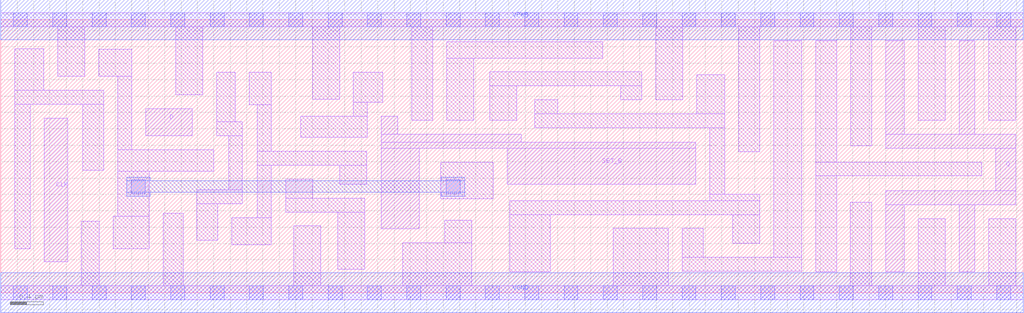
<source format=lef>
# Copyright 2020 The SkyWater PDK Authors
#
# Licensed under the Apache License, Version 2.0 (the "License");
# you may not use this file except in compliance with the License.
# You may obtain a copy of the License at
#
#     https://www.apache.org/licenses/LICENSE-2.0
#
# Unless required by applicable law or agreed to in writing, software
# distributed under the License is distributed on an "AS IS" BASIS,
# WITHOUT WARRANTIES OR CONDITIONS OF ANY KIND, either express or implied.
# See the License for the specific language governing permissions and
# limitations under the License.
#
# SPDX-License-Identifier: Apache-2.0

VERSION 5.7 ;
  NAMESCASESENSITIVE ON ;
  NOWIREEXTENSIONATPIN ON ;
  DIVIDERCHAR "/" ;
  BUSBITCHARS "[]" ;
UNITS
  DATABASE MICRONS 200 ;
END UNITS
MACRO sky130_fd_sc_lp__dfstp_4
  CLASS CORE ;
  SOURCE USER ;
  FOREIGN sky130_fd_sc_lp__dfstp_4 ;
  ORIGIN  0.000000  0.000000 ;
  SIZE  12.48000 BY  3.330000 ;
  SYMMETRY X Y R90 ;
  SITE unit ;
  PIN D
    ANTENNAGATEAREA  0.126000 ;
    DIRECTION INPUT ;
    USE SIGNAL ;
    PORT
      LAYER li1 ;
        RECT 1.770000 1.915000 2.340000 2.245000 ;
    END
  END D
  PIN Q
    ANTENNADIFFAREA  1.176000 ;
    DIRECTION OUTPUT ;
    USE SIGNAL ;
    PORT
      LAYER li1 ;
        RECT 10.800000 0.255000 11.025000 1.075000 ;
        RECT 10.800000 1.075000 12.390000 1.245000 ;
        RECT 10.800000 1.765000 12.390000 1.935000 ;
        RECT 10.800000 1.935000 11.025000 3.075000 ;
        RECT 11.695000 0.255000 11.885000 1.075000 ;
        RECT 11.695000 1.935000 11.885000 3.075000 ;
        RECT 12.145000 1.245000 12.390000 1.765000 ;
    END
  END Q
  PIN SET_B
    ANTENNAGATEAREA  0.252000 ;
    DIRECTION INPUT ;
    USE SIGNAL ;
    PORT
      LAYER li1 ;
        RECT 4.645000 0.780000 5.110000 1.765000 ;
        RECT 4.645000 1.765000 8.485000 1.835000 ;
        RECT 4.645000 1.835000 6.350000 1.935000 ;
        RECT 4.645000 1.935000 4.845000 2.155000 ;
        RECT 6.180000 1.325000 8.485000 1.765000 ;
    END
  END SET_B
  PIN CLK
    ANTENNAGATEAREA  0.159000 ;
    DIRECTION INPUT ;
    USE CLOCK ;
    PORT
      LAYER li1 ;
        RECT 0.530000 0.380000 0.815000 2.130000 ;
    END
  END CLK
  PIN VGND
    DIRECTION INOUT ;
    USE GROUND ;
    PORT
      LAYER met1 ;
        RECT 0.000000 -0.245000 12.480000 0.245000 ;
    END
  END VGND
  PIN VPWR
    DIRECTION INOUT ;
    USE POWER ;
    PORT
      LAYER met1 ;
        RECT 0.000000 3.085000 12.480000 3.575000 ;
    END
  END VPWR
  OBS
    LAYER li1 ;
      RECT  0.000000 -0.085000 12.480000 0.085000 ;
      RECT  0.000000  3.245000 12.480000 3.415000 ;
      RECT  0.170000  0.540000  0.360000 2.300000 ;
      RECT  0.170000  2.300000  1.260000 2.470000 ;
      RECT  0.170000  2.470000  0.525000 2.975000 ;
      RECT  0.695000  2.640000  1.025000 3.245000 ;
      RECT  0.985000  0.085000  1.205000 0.870000 ;
      RECT  1.000000  1.495000  1.260000 2.300000 ;
      RECT  1.195000  2.640000  1.600000 2.970000 ;
      RECT  1.375000  0.540000  1.815000 0.935000 ;
      RECT  1.430000  0.935000  1.815000 1.485000 ;
      RECT  1.430000  1.485000  2.600000 1.745000 ;
      RECT  1.430000  1.745000  1.600000 2.640000 ;
      RECT  1.985000  0.085000  2.225000 0.970000 ;
      RECT  2.135000  2.415000  2.465000 3.245000 ;
      RECT  2.395000  0.640000  2.650000 1.085000 ;
      RECT  2.395000  1.085000  2.950000 1.255000 ;
      RECT  2.635000  1.915000  2.950000 2.085000 ;
      RECT  2.635000  2.085000  2.865000 2.690000 ;
      RECT  2.780000  1.255000  2.950000 1.915000 ;
      RECT  2.820000  0.585000  3.300000 0.915000 ;
      RECT  3.035000  2.295000  3.300000 2.690000 ;
      RECT  3.130000  0.915000  3.300000 1.555000 ;
      RECT  3.130000  1.555000  4.465000 1.725000 ;
      RECT  3.130000  1.725000  3.300000 2.295000 ;
      RECT  3.480000  0.985000  4.445000 1.155000 ;
      RECT  3.480000  1.155000  3.810000 1.385000 ;
      RECT  3.575000  0.085000  3.905000 0.815000 ;
      RECT  3.660000  1.895000  4.475000 2.155000 ;
      RECT  3.805000  2.360000  4.135000 3.245000 ;
      RECT  4.115000  0.285000  4.445000 0.985000 ;
      RECT  4.135000  1.325000  4.465000 1.555000 ;
      RECT  4.305000  2.155000  4.475000 2.325000 ;
      RECT  4.305000  2.325000  4.660000 2.690000 ;
      RECT  4.905000  0.085000  5.750000 0.610000 ;
      RECT  5.015000  2.105000  5.275000 3.245000 ;
      RECT  5.370000  1.150000  6.010000 1.595000 ;
      RECT  5.420000  0.610000  5.750000 0.885000 ;
      RECT  5.445000  2.105000  5.775000 2.865000 ;
      RECT  5.445000  2.865000  7.345000 3.065000 ;
      RECT  5.965000  2.105000  6.295000 2.525000 ;
      RECT  5.965000  2.525000  7.825000 2.695000 ;
      RECT  6.210000  0.255000  6.705000 0.955000 ;
      RECT  6.210000  0.955000  9.265000 1.125000 ;
      RECT  6.520000  2.015000  8.835000 2.185000 ;
      RECT  6.520000  2.185000  6.795000 2.355000 ;
      RECT  7.475000  0.085000  8.145000 0.785000 ;
      RECT  7.565000  2.355000  7.825000 2.525000 ;
      RECT  7.995000  2.355000  8.325000 3.245000 ;
      RECT  8.315000  0.265000  9.775000 0.435000 ;
      RECT  8.315000  0.435000  8.575000 0.785000 ;
      RECT  8.495000  2.185000  8.835000 2.660000 ;
      RECT  8.655000  1.125000  9.265000 1.205000 ;
      RECT  8.655000  1.205000  8.835000 2.015000 ;
      RECT  8.935000  0.605000  9.265000 0.955000 ;
      RECT  9.005000  1.720000  9.265000 3.245000 ;
      RECT  9.435000  0.435000  9.775000 3.075000 ;
      RECT  9.945000  0.255000 10.200000 1.425000 ;
      RECT  9.945000  1.425000 11.975000 1.595000 ;
      RECT  9.945000  1.595000 10.205000 3.075000 ;
      RECT 10.370000  0.085000 10.630000 1.105000 ;
      RECT 10.375000  1.795000 10.630000 3.245000 ;
      RECT 11.195000  0.085000 11.525000 0.905000 ;
      RECT 11.195000  2.105000 11.525000 3.245000 ;
      RECT 12.055000  0.085000 12.385000 0.905000 ;
      RECT 12.055000  2.105000 12.385000 3.245000 ;
    LAYER mcon ;
      RECT  0.155000 -0.085000  0.325000 0.085000 ;
      RECT  0.155000  3.245000  0.325000 3.415000 ;
      RECT  0.635000 -0.085000  0.805000 0.085000 ;
      RECT  0.635000  3.245000  0.805000 3.415000 ;
      RECT  1.115000 -0.085000  1.285000 0.085000 ;
      RECT  1.115000  3.245000  1.285000 3.415000 ;
      RECT  1.595000 -0.085000  1.765000 0.085000 ;
      RECT  1.595000  1.210000  1.765000 1.380000 ;
      RECT  1.595000  3.245000  1.765000 3.415000 ;
      RECT  2.075000 -0.085000  2.245000 0.085000 ;
      RECT  2.075000  3.245000  2.245000 3.415000 ;
      RECT  2.555000 -0.085000  2.725000 0.085000 ;
      RECT  2.555000  3.245000  2.725000 3.415000 ;
      RECT  3.035000 -0.085000  3.205000 0.085000 ;
      RECT  3.035000  3.245000  3.205000 3.415000 ;
      RECT  3.515000 -0.085000  3.685000 0.085000 ;
      RECT  3.515000  3.245000  3.685000 3.415000 ;
      RECT  3.995000 -0.085000  4.165000 0.085000 ;
      RECT  3.995000  3.245000  4.165000 3.415000 ;
      RECT  4.475000 -0.085000  4.645000 0.085000 ;
      RECT  4.475000  3.245000  4.645000 3.415000 ;
      RECT  4.955000 -0.085000  5.125000 0.085000 ;
      RECT  4.955000  3.245000  5.125000 3.415000 ;
      RECT  5.435000 -0.085000  5.605000 0.085000 ;
      RECT  5.435000  1.210000  5.605000 1.380000 ;
      RECT  5.435000  3.245000  5.605000 3.415000 ;
      RECT  5.915000 -0.085000  6.085000 0.085000 ;
      RECT  5.915000  3.245000  6.085000 3.415000 ;
      RECT  6.395000 -0.085000  6.565000 0.085000 ;
      RECT  6.395000  3.245000  6.565000 3.415000 ;
      RECT  6.875000 -0.085000  7.045000 0.085000 ;
      RECT  6.875000  3.245000  7.045000 3.415000 ;
      RECT  7.355000 -0.085000  7.525000 0.085000 ;
      RECT  7.355000  3.245000  7.525000 3.415000 ;
      RECT  7.835000 -0.085000  8.005000 0.085000 ;
      RECT  7.835000  3.245000  8.005000 3.415000 ;
      RECT  8.315000 -0.085000  8.485000 0.085000 ;
      RECT  8.315000  3.245000  8.485000 3.415000 ;
      RECT  8.795000 -0.085000  8.965000 0.085000 ;
      RECT  8.795000  3.245000  8.965000 3.415000 ;
      RECT  9.275000 -0.085000  9.445000 0.085000 ;
      RECT  9.275000  3.245000  9.445000 3.415000 ;
      RECT  9.755000 -0.085000  9.925000 0.085000 ;
      RECT  9.755000  3.245000  9.925000 3.415000 ;
      RECT 10.235000 -0.085000 10.405000 0.085000 ;
      RECT 10.235000  3.245000 10.405000 3.415000 ;
      RECT 10.715000 -0.085000 10.885000 0.085000 ;
      RECT 10.715000  3.245000 10.885000 3.415000 ;
      RECT 11.195000 -0.085000 11.365000 0.085000 ;
      RECT 11.195000  3.245000 11.365000 3.415000 ;
      RECT 11.675000 -0.085000 11.845000 0.085000 ;
      RECT 11.675000  3.245000 11.845000 3.415000 ;
      RECT 12.155000 -0.085000 12.325000 0.085000 ;
      RECT 12.155000  3.245000 12.325000 3.415000 ;
    LAYER met1 ;
      RECT 1.535000 1.180000 1.825000 1.225000 ;
      RECT 1.535000 1.225000 5.665000 1.365000 ;
      RECT 1.535000 1.365000 1.825000 1.410000 ;
      RECT 5.375000 1.180000 5.665000 1.225000 ;
      RECT 5.375000 1.365000 5.665000 1.410000 ;
  END
END sky130_fd_sc_lp__dfstp_4
END LIBRARY

</source>
